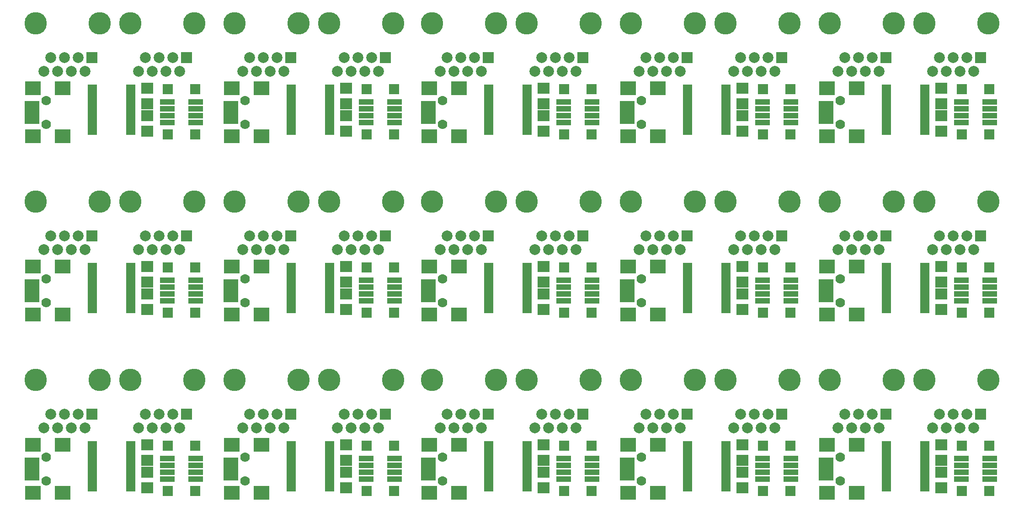
<source format=gts>
G04 (created by PCBNEW-RS274X (2011-07-08)-stable) date Sun 14 Aug 2011 04:05:59 PM EDT*
G01*
G70*
G90*
%MOIN*%
G04 Gerber Fmt 3.4, Leading zero omitted, Abs format*
%FSLAX34Y34*%
G04 APERTURE LIST*
%ADD10C,0.006000*%
%ADD11R,0.075000X0.075000*%
%ADD12R,0.090900X0.082900*%
%ADD13R,0.111000X0.039000*%
%ADD14R,0.118000X0.099000*%
%ADD15C,0.070000*%
%ADD16R,0.070000X0.036000*%
%ADD17R,0.106600X0.043600*%
%ADD18C,0.163700*%
%ADD19R,0.079100X0.079100*%
%ADD20C,0.079100*%
G04 APERTURE END LIST*
G54D10*
G54D11*
X84900Y-55800D03*
X84900Y-52500D03*
G54D12*
X83400Y-55559D03*
X83400Y-54441D03*
G54D13*
X75015Y-53890D03*
X75015Y-53580D03*
X75015Y-54200D03*
X75015Y-54510D03*
G54D14*
X77220Y-55950D03*
X75050Y-55950D03*
X75050Y-52450D03*
X77220Y-52450D03*
G54D13*
X75015Y-54820D03*
G54D15*
X76030Y-55065D03*
X76030Y-53335D03*
G54D16*
X79400Y-52350D03*
X79400Y-52600D03*
X79400Y-52860D03*
X79400Y-53120D03*
X79400Y-53370D03*
X79400Y-53630D03*
X79400Y-53890D03*
X79400Y-54140D03*
X79400Y-54400D03*
X79400Y-54650D03*
X79400Y-54910D03*
X79400Y-55170D03*
X79400Y-55420D03*
X79400Y-55680D03*
X82200Y-55680D03*
X82200Y-55420D03*
X82200Y-55180D03*
X82200Y-54910D03*
X82200Y-54650D03*
X82200Y-54400D03*
X82200Y-54140D03*
X82200Y-53890D03*
X82200Y-53630D03*
X82200Y-53370D03*
X82200Y-53120D03*
X82200Y-52860D03*
X82200Y-52600D03*
X82200Y-52350D03*
G54D17*
X84876Y-53450D03*
X84876Y-53950D03*
X84876Y-54450D03*
X84876Y-54950D03*
X86923Y-54950D03*
X86923Y-54450D03*
X86923Y-53950D03*
X86923Y-53450D03*
G54D11*
X86900Y-55800D03*
X86900Y-52500D03*
G54D18*
X75262Y-47700D03*
X79935Y-47700D03*
G54D19*
X79350Y-50200D03*
G54D20*
X78850Y-51200D03*
X78350Y-50200D03*
X77850Y-51200D03*
X77350Y-50200D03*
X76850Y-51200D03*
X76350Y-50200D03*
X75850Y-51200D03*
G54D18*
X82162Y-47700D03*
X86835Y-47700D03*
G54D19*
X86250Y-50200D03*
G54D20*
X85750Y-51200D03*
X85250Y-50200D03*
X84750Y-51200D03*
X84250Y-50200D03*
X83750Y-51200D03*
X83250Y-50200D03*
X82750Y-51200D03*
G54D12*
X83400Y-52441D03*
X83400Y-53559D03*
G54D11*
X55900Y-55800D03*
X55900Y-52500D03*
G54D12*
X54400Y-55559D03*
X54400Y-54441D03*
G54D13*
X46015Y-53890D03*
X46015Y-53580D03*
X46015Y-54200D03*
X46015Y-54510D03*
G54D14*
X48220Y-55950D03*
X46050Y-55950D03*
X46050Y-52450D03*
X48220Y-52450D03*
G54D13*
X46015Y-54820D03*
G54D15*
X47030Y-55065D03*
X47030Y-53335D03*
G54D16*
X50400Y-52350D03*
X50400Y-52600D03*
X50400Y-52860D03*
X50400Y-53120D03*
X50400Y-53370D03*
X50400Y-53630D03*
X50400Y-53890D03*
X50400Y-54140D03*
X50400Y-54400D03*
X50400Y-54650D03*
X50400Y-54910D03*
X50400Y-55170D03*
X50400Y-55420D03*
X50400Y-55680D03*
X53200Y-55680D03*
X53200Y-55420D03*
X53200Y-55180D03*
X53200Y-54910D03*
X53200Y-54650D03*
X53200Y-54400D03*
X53200Y-54140D03*
X53200Y-53890D03*
X53200Y-53630D03*
X53200Y-53370D03*
X53200Y-53120D03*
X53200Y-52860D03*
X53200Y-52600D03*
X53200Y-52350D03*
G54D17*
X55876Y-53450D03*
X55876Y-53950D03*
X55876Y-54450D03*
X55876Y-54950D03*
X57923Y-54950D03*
X57923Y-54450D03*
X57923Y-53950D03*
X57923Y-53450D03*
G54D11*
X57900Y-55800D03*
X57900Y-52500D03*
G54D18*
X46262Y-47700D03*
X50935Y-47700D03*
G54D19*
X50350Y-50200D03*
G54D20*
X49850Y-51200D03*
X49350Y-50200D03*
X48850Y-51200D03*
X48350Y-50200D03*
X47850Y-51200D03*
X47350Y-50200D03*
X46850Y-51200D03*
G54D18*
X53162Y-47700D03*
X57835Y-47700D03*
G54D19*
X57250Y-50200D03*
G54D20*
X56750Y-51200D03*
X56250Y-50200D03*
X55750Y-51200D03*
X55250Y-50200D03*
X54750Y-51200D03*
X54250Y-50200D03*
X53750Y-51200D03*
G54D12*
X54400Y-52441D03*
X54400Y-53559D03*
X68900Y-52441D03*
X68900Y-53559D03*
G54D18*
X67662Y-47700D03*
X72335Y-47700D03*
G54D19*
X71750Y-50200D03*
G54D20*
X71250Y-51200D03*
X70750Y-50200D03*
X70250Y-51200D03*
X69750Y-50200D03*
X69250Y-51200D03*
X68750Y-50200D03*
X68250Y-51200D03*
G54D18*
X60762Y-47700D03*
X65435Y-47700D03*
G54D19*
X64850Y-50200D03*
G54D20*
X64350Y-51200D03*
X63850Y-50200D03*
X63350Y-51200D03*
X62850Y-50200D03*
X62350Y-51200D03*
X61850Y-50200D03*
X61350Y-51200D03*
G54D11*
X72400Y-52500D03*
X72400Y-55800D03*
G54D17*
X70376Y-53450D03*
X70376Y-53950D03*
X70376Y-54450D03*
X70376Y-54950D03*
X72423Y-54950D03*
X72423Y-54450D03*
X72423Y-53950D03*
X72423Y-53450D03*
G54D16*
X64900Y-52350D03*
X64900Y-52600D03*
X64900Y-52860D03*
X64900Y-53120D03*
X64900Y-53370D03*
X64900Y-53630D03*
X64900Y-53890D03*
X64900Y-54140D03*
X64900Y-54400D03*
X64900Y-54650D03*
X64900Y-54910D03*
X64900Y-55170D03*
X64900Y-55420D03*
X64900Y-55680D03*
X67700Y-55680D03*
X67700Y-55420D03*
X67700Y-55180D03*
X67700Y-54910D03*
X67700Y-54650D03*
X67700Y-54400D03*
X67700Y-54140D03*
X67700Y-53890D03*
X67700Y-53630D03*
X67700Y-53370D03*
X67700Y-53120D03*
X67700Y-52860D03*
X67700Y-52600D03*
X67700Y-52350D03*
G54D13*
X60515Y-53890D03*
X60515Y-53580D03*
X60515Y-54200D03*
X60515Y-54510D03*
G54D14*
X62720Y-55950D03*
X60550Y-55950D03*
X60550Y-52450D03*
X62720Y-52450D03*
G54D13*
X60515Y-54820D03*
G54D15*
X61530Y-55065D03*
X61530Y-53335D03*
G54D12*
X68900Y-55559D03*
X68900Y-54441D03*
G54D11*
X70400Y-52500D03*
X70400Y-55800D03*
X41500Y-55800D03*
X41500Y-52500D03*
G54D12*
X40000Y-55559D03*
X40000Y-54441D03*
G54D13*
X31615Y-53890D03*
X31615Y-53580D03*
X31615Y-54200D03*
X31615Y-54510D03*
G54D14*
X33820Y-55950D03*
X31650Y-55950D03*
X31650Y-52450D03*
X33820Y-52450D03*
G54D13*
X31615Y-54820D03*
G54D15*
X32630Y-55065D03*
X32630Y-53335D03*
G54D16*
X36000Y-52350D03*
X36000Y-52600D03*
X36000Y-52860D03*
X36000Y-53120D03*
X36000Y-53370D03*
X36000Y-53630D03*
X36000Y-53890D03*
X36000Y-54140D03*
X36000Y-54400D03*
X36000Y-54650D03*
X36000Y-54910D03*
X36000Y-55170D03*
X36000Y-55420D03*
X36000Y-55680D03*
X38800Y-55680D03*
X38800Y-55420D03*
X38800Y-55180D03*
X38800Y-54910D03*
X38800Y-54650D03*
X38800Y-54400D03*
X38800Y-54140D03*
X38800Y-53890D03*
X38800Y-53630D03*
X38800Y-53370D03*
X38800Y-53120D03*
X38800Y-52860D03*
X38800Y-52600D03*
X38800Y-52350D03*
G54D17*
X41476Y-53450D03*
X41476Y-53950D03*
X41476Y-54450D03*
X41476Y-54950D03*
X43523Y-54950D03*
X43523Y-54450D03*
X43523Y-53950D03*
X43523Y-53450D03*
G54D11*
X43500Y-55800D03*
X43500Y-52500D03*
G54D18*
X31862Y-47700D03*
X36535Y-47700D03*
G54D19*
X35950Y-50200D03*
G54D20*
X35450Y-51200D03*
X34950Y-50200D03*
X34450Y-51200D03*
X33950Y-50200D03*
X33450Y-51200D03*
X32950Y-50200D03*
X32450Y-51200D03*
G54D18*
X38762Y-47700D03*
X43435Y-47700D03*
G54D19*
X42850Y-50200D03*
G54D20*
X42350Y-51200D03*
X41850Y-50200D03*
X41350Y-51200D03*
X40850Y-50200D03*
X40350Y-51200D03*
X39850Y-50200D03*
X39350Y-51200D03*
G54D12*
X40000Y-52441D03*
X40000Y-53559D03*
X25500Y-52441D03*
X25500Y-53559D03*
G54D18*
X24262Y-47700D03*
X28935Y-47700D03*
G54D19*
X28350Y-50200D03*
G54D20*
X27850Y-51200D03*
X27350Y-50200D03*
X26850Y-51200D03*
X26350Y-50200D03*
X25850Y-51200D03*
X25350Y-50200D03*
X24850Y-51200D03*
G54D18*
X17362Y-47700D03*
X22035Y-47700D03*
G54D19*
X21450Y-50200D03*
G54D20*
X20950Y-51200D03*
X20450Y-50200D03*
X19950Y-51200D03*
X19450Y-50200D03*
X18950Y-51200D03*
X18450Y-50200D03*
X17950Y-51200D03*
G54D11*
X29000Y-52500D03*
X29000Y-55800D03*
G54D17*
X26976Y-53450D03*
X26976Y-53950D03*
X26976Y-54450D03*
X26976Y-54950D03*
X29023Y-54950D03*
X29023Y-54450D03*
X29023Y-53950D03*
X29023Y-53450D03*
G54D16*
X21500Y-52350D03*
X21500Y-52600D03*
X21500Y-52860D03*
X21500Y-53120D03*
X21500Y-53370D03*
X21500Y-53630D03*
X21500Y-53890D03*
X21500Y-54140D03*
X21500Y-54400D03*
X21500Y-54650D03*
X21500Y-54910D03*
X21500Y-55170D03*
X21500Y-55420D03*
X21500Y-55680D03*
X24300Y-55680D03*
X24300Y-55420D03*
X24300Y-55180D03*
X24300Y-54910D03*
X24300Y-54650D03*
X24300Y-54400D03*
X24300Y-54140D03*
X24300Y-53890D03*
X24300Y-53630D03*
X24300Y-53370D03*
X24300Y-53120D03*
X24300Y-52860D03*
X24300Y-52600D03*
X24300Y-52350D03*
G54D13*
X17115Y-53890D03*
X17115Y-53580D03*
X17115Y-54200D03*
X17115Y-54510D03*
G54D14*
X19320Y-55950D03*
X17150Y-55950D03*
X17150Y-52450D03*
X19320Y-52450D03*
G54D13*
X17115Y-54820D03*
G54D15*
X18130Y-55065D03*
X18130Y-53335D03*
G54D12*
X25500Y-55559D03*
X25500Y-54441D03*
G54D11*
X27000Y-52500D03*
X27000Y-55800D03*
X27000Y-42800D03*
X27000Y-39500D03*
G54D12*
X25500Y-42559D03*
X25500Y-41441D03*
G54D13*
X17115Y-40890D03*
X17115Y-40580D03*
X17115Y-41200D03*
X17115Y-41510D03*
G54D14*
X19320Y-42950D03*
X17150Y-42950D03*
X17150Y-39450D03*
X19320Y-39450D03*
G54D13*
X17115Y-41820D03*
G54D15*
X18130Y-42065D03*
X18130Y-40335D03*
G54D16*
X21500Y-39350D03*
X21500Y-39600D03*
X21500Y-39860D03*
X21500Y-40120D03*
X21500Y-40370D03*
X21500Y-40630D03*
X21500Y-40890D03*
X21500Y-41140D03*
X21500Y-41400D03*
X21500Y-41650D03*
X21500Y-41910D03*
X21500Y-42170D03*
X21500Y-42420D03*
X21500Y-42680D03*
X24300Y-42680D03*
X24300Y-42420D03*
X24300Y-42180D03*
X24300Y-41910D03*
X24300Y-41650D03*
X24300Y-41400D03*
X24300Y-41140D03*
X24300Y-40890D03*
X24300Y-40630D03*
X24300Y-40370D03*
X24300Y-40120D03*
X24300Y-39860D03*
X24300Y-39600D03*
X24300Y-39350D03*
G54D17*
X26976Y-40450D03*
X26976Y-40950D03*
X26976Y-41450D03*
X26976Y-41950D03*
X29023Y-41950D03*
X29023Y-41450D03*
X29023Y-40950D03*
X29023Y-40450D03*
G54D11*
X29000Y-42800D03*
X29000Y-39500D03*
G54D18*
X17362Y-34700D03*
X22035Y-34700D03*
G54D19*
X21450Y-37200D03*
G54D20*
X20950Y-38200D03*
X20450Y-37200D03*
X19950Y-38200D03*
X19450Y-37200D03*
X18950Y-38200D03*
X18450Y-37200D03*
X17950Y-38200D03*
G54D18*
X24262Y-34700D03*
X28935Y-34700D03*
G54D19*
X28350Y-37200D03*
G54D20*
X27850Y-38200D03*
X27350Y-37200D03*
X26850Y-38200D03*
X26350Y-37200D03*
X25850Y-38200D03*
X25350Y-37200D03*
X24850Y-38200D03*
G54D12*
X25500Y-39441D03*
X25500Y-40559D03*
X40000Y-39441D03*
X40000Y-40559D03*
G54D18*
X38762Y-34700D03*
X43435Y-34700D03*
G54D19*
X42850Y-37200D03*
G54D20*
X42350Y-38200D03*
X41850Y-37200D03*
X41350Y-38200D03*
X40850Y-37200D03*
X40350Y-38200D03*
X39850Y-37200D03*
X39350Y-38200D03*
G54D18*
X31862Y-34700D03*
X36535Y-34700D03*
G54D19*
X35950Y-37200D03*
G54D20*
X35450Y-38200D03*
X34950Y-37200D03*
X34450Y-38200D03*
X33950Y-37200D03*
X33450Y-38200D03*
X32950Y-37200D03*
X32450Y-38200D03*
G54D11*
X43500Y-39500D03*
X43500Y-42800D03*
G54D17*
X41476Y-40450D03*
X41476Y-40950D03*
X41476Y-41450D03*
X41476Y-41950D03*
X43523Y-41950D03*
X43523Y-41450D03*
X43523Y-40950D03*
X43523Y-40450D03*
G54D16*
X36000Y-39350D03*
X36000Y-39600D03*
X36000Y-39860D03*
X36000Y-40120D03*
X36000Y-40370D03*
X36000Y-40630D03*
X36000Y-40890D03*
X36000Y-41140D03*
X36000Y-41400D03*
X36000Y-41650D03*
X36000Y-41910D03*
X36000Y-42170D03*
X36000Y-42420D03*
X36000Y-42680D03*
X38800Y-42680D03*
X38800Y-42420D03*
X38800Y-42180D03*
X38800Y-41910D03*
X38800Y-41650D03*
X38800Y-41400D03*
X38800Y-41140D03*
X38800Y-40890D03*
X38800Y-40630D03*
X38800Y-40370D03*
X38800Y-40120D03*
X38800Y-39860D03*
X38800Y-39600D03*
X38800Y-39350D03*
G54D13*
X31615Y-40890D03*
X31615Y-40580D03*
X31615Y-41200D03*
X31615Y-41510D03*
G54D14*
X33820Y-42950D03*
X31650Y-42950D03*
X31650Y-39450D03*
X33820Y-39450D03*
G54D13*
X31615Y-41820D03*
G54D15*
X32630Y-42065D03*
X32630Y-40335D03*
G54D12*
X40000Y-42559D03*
X40000Y-41441D03*
G54D11*
X41500Y-39500D03*
X41500Y-42800D03*
X70400Y-42800D03*
X70400Y-39500D03*
G54D12*
X68900Y-42559D03*
X68900Y-41441D03*
G54D13*
X60515Y-40890D03*
X60515Y-40580D03*
X60515Y-41200D03*
X60515Y-41510D03*
G54D14*
X62720Y-42950D03*
X60550Y-42950D03*
X60550Y-39450D03*
X62720Y-39450D03*
G54D13*
X60515Y-41820D03*
G54D15*
X61530Y-42065D03*
X61530Y-40335D03*
G54D16*
X64900Y-39350D03*
X64900Y-39600D03*
X64900Y-39860D03*
X64900Y-40120D03*
X64900Y-40370D03*
X64900Y-40630D03*
X64900Y-40890D03*
X64900Y-41140D03*
X64900Y-41400D03*
X64900Y-41650D03*
X64900Y-41910D03*
X64900Y-42170D03*
X64900Y-42420D03*
X64900Y-42680D03*
X67700Y-42680D03*
X67700Y-42420D03*
X67700Y-42180D03*
X67700Y-41910D03*
X67700Y-41650D03*
X67700Y-41400D03*
X67700Y-41140D03*
X67700Y-40890D03*
X67700Y-40630D03*
X67700Y-40370D03*
X67700Y-40120D03*
X67700Y-39860D03*
X67700Y-39600D03*
X67700Y-39350D03*
G54D17*
X70376Y-40450D03*
X70376Y-40950D03*
X70376Y-41450D03*
X70376Y-41950D03*
X72423Y-41950D03*
X72423Y-41450D03*
X72423Y-40950D03*
X72423Y-40450D03*
G54D11*
X72400Y-42800D03*
X72400Y-39500D03*
G54D18*
X60762Y-34700D03*
X65435Y-34700D03*
G54D19*
X64850Y-37200D03*
G54D20*
X64350Y-38200D03*
X63850Y-37200D03*
X63350Y-38200D03*
X62850Y-37200D03*
X62350Y-38200D03*
X61850Y-37200D03*
X61350Y-38200D03*
G54D18*
X67662Y-34700D03*
X72335Y-34700D03*
G54D19*
X71750Y-37200D03*
G54D20*
X71250Y-38200D03*
X70750Y-37200D03*
X70250Y-38200D03*
X69750Y-37200D03*
X69250Y-38200D03*
X68750Y-37200D03*
X68250Y-38200D03*
G54D12*
X68900Y-39441D03*
X68900Y-40559D03*
X54400Y-39441D03*
X54400Y-40559D03*
G54D18*
X53162Y-34700D03*
X57835Y-34700D03*
G54D19*
X57250Y-37200D03*
G54D20*
X56750Y-38200D03*
X56250Y-37200D03*
X55750Y-38200D03*
X55250Y-37200D03*
X54750Y-38200D03*
X54250Y-37200D03*
X53750Y-38200D03*
G54D18*
X46262Y-34700D03*
X50935Y-34700D03*
G54D19*
X50350Y-37200D03*
G54D20*
X49850Y-38200D03*
X49350Y-37200D03*
X48850Y-38200D03*
X48350Y-37200D03*
X47850Y-38200D03*
X47350Y-37200D03*
X46850Y-38200D03*
G54D11*
X57900Y-39500D03*
X57900Y-42800D03*
G54D17*
X55876Y-40450D03*
X55876Y-40950D03*
X55876Y-41450D03*
X55876Y-41950D03*
X57923Y-41950D03*
X57923Y-41450D03*
X57923Y-40950D03*
X57923Y-40450D03*
G54D16*
X50400Y-39350D03*
X50400Y-39600D03*
X50400Y-39860D03*
X50400Y-40120D03*
X50400Y-40370D03*
X50400Y-40630D03*
X50400Y-40890D03*
X50400Y-41140D03*
X50400Y-41400D03*
X50400Y-41650D03*
X50400Y-41910D03*
X50400Y-42170D03*
X50400Y-42420D03*
X50400Y-42680D03*
X53200Y-42680D03*
X53200Y-42420D03*
X53200Y-42180D03*
X53200Y-41910D03*
X53200Y-41650D03*
X53200Y-41400D03*
X53200Y-41140D03*
X53200Y-40890D03*
X53200Y-40630D03*
X53200Y-40370D03*
X53200Y-40120D03*
X53200Y-39860D03*
X53200Y-39600D03*
X53200Y-39350D03*
G54D13*
X46015Y-40890D03*
X46015Y-40580D03*
X46015Y-41200D03*
X46015Y-41510D03*
G54D14*
X48220Y-42950D03*
X46050Y-42950D03*
X46050Y-39450D03*
X48220Y-39450D03*
G54D13*
X46015Y-41820D03*
G54D15*
X47030Y-42065D03*
X47030Y-40335D03*
G54D12*
X54400Y-42559D03*
X54400Y-41441D03*
G54D11*
X55900Y-39500D03*
X55900Y-42800D03*
G54D12*
X83400Y-39441D03*
X83400Y-40559D03*
G54D18*
X82162Y-34700D03*
X86835Y-34700D03*
G54D19*
X86250Y-37200D03*
G54D20*
X85750Y-38200D03*
X85250Y-37200D03*
X84750Y-38200D03*
X84250Y-37200D03*
X83750Y-38200D03*
X83250Y-37200D03*
X82750Y-38200D03*
G54D18*
X75262Y-34700D03*
X79935Y-34700D03*
G54D19*
X79350Y-37200D03*
G54D20*
X78850Y-38200D03*
X78350Y-37200D03*
X77850Y-38200D03*
X77350Y-37200D03*
X76850Y-38200D03*
X76350Y-37200D03*
X75850Y-38200D03*
G54D11*
X86900Y-39500D03*
X86900Y-42800D03*
G54D17*
X84876Y-40450D03*
X84876Y-40950D03*
X84876Y-41450D03*
X84876Y-41950D03*
X86923Y-41950D03*
X86923Y-41450D03*
X86923Y-40950D03*
X86923Y-40450D03*
G54D16*
X79400Y-39350D03*
X79400Y-39600D03*
X79400Y-39860D03*
X79400Y-40120D03*
X79400Y-40370D03*
X79400Y-40630D03*
X79400Y-40890D03*
X79400Y-41140D03*
X79400Y-41400D03*
X79400Y-41650D03*
X79400Y-41910D03*
X79400Y-42170D03*
X79400Y-42420D03*
X79400Y-42680D03*
X82200Y-42680D03*
X82200Y-42420D03*
X82200Y-42180D03*
X82200Y-41910D03*
X82200Y-41650D03*
X82200Y-41400D03*
X82200Y-41140D03*
X82200Y-40890D03*
X82200Y-40630D03*
X82200Y-40370D03*
X82200Y-40120D03*
X82200Y-39860D03*
X82200Y-39600D03*
X82200Y-39350D03*
G54D13*
X75015Y-40890D03*
X75015Y-40580D03*
X75015Y-41200D03*
X75015Y-41510D03*
G54D14*
X77220Y-42950D03*
X75050Y-42950D03*
X75050Y-39450D03*
X77220Y-39450D03*
G54D13*
X75015Y-41820D03*
G54D15*
X76030Y-42065D03*
X76030Y-40335D03*
G54D12*
X83400Y-42559D03*
X83400Y-41441D03*
G54D11*
X84900Y-39500D03*
X84900Y-42800D03*
X84900Y-29800D03*
X84900Y-26500D03*
G54D12*
X83400Y-29559D03*
X83400Y-28441D03*
G54D13*
X75015Y-27890D03*
X75015Y-27580D03*
X75015Y-28200D03*
X75015Y-28510D03*
G54D14*
X77220Y-29950D03*
X75050Y-29950D03*
X75050Y-26450D03*
X77220Y-26450D03*
G54D13*
X75015Y-28820D03*
G54D15*
X76030Y-29065D03*
X76030Y-27335D03*
G54D16*
X79400Y-26350D03*
X79400Y-26600D03*
X79400Y-26860D03*
X79400Y-27120D03*
X79400Y-27370D03*
X79400Y-27630D03*
X79400Y-27890D03*
X79400Y-28140D03*
X79400Y-28400D03*
X79400Y-28650D03*
X79400Y-28910D03*
X79400Y-29170D03*
X79400Y-29420D03*
X79400Y-29680D03*
X82200Y-29680D03*
X82200Y-29420D03*
X82200Y-29180D03*
X82200Y-28910D03*
X82200Y-28650D03*
X82200Y-28400D03*
X82200Y-28140D03*
X82200Y-27890D03*
X82200Y-27630D03*
X82200Y-27370D03*
X82200Y-27120D03*
X82200Y-26860D03*
X82200Y-26600D03*
X82200Y-26350D03*
G54D17*
X84876Y-27450D03*
X84876Y-27950D03*
X84876Y-28450D03*
X84876Y-28950D03*
X86923Y-28950D03*
X86923Y-28450D03*
X86923Y-27950D03*
X86923Y-27450D03*
G54D11*
X86900Y-29800D03*
X86900Y-26500D03*
G54D18*
X75262Y-21700D03*
X79935Y-21700D03*
G54D19*
X79350Y-24200D03*
G54D20*
X78850Y-25200D03*
X78350Y-24200D03*
X77850Y-25200D03*
X77350Y-24200D03*
X76850Y-25200D03*
X76350Y-24200D03*
X75850Y-25200D03*
G54D18*
X82162Y-21700D03*
X86835Y-21700D03*
G54D19*
X86250Y-24200D03*
G54D20*
X85750Y-25200D03*
X85250Y-24200D03*
X84750Y-25200D03*
X84250Y-24200D03*
X83750Y-25200D03*
X83250Y-24200D03*
X82750Y-25200D03*
G54D12*
X83400Y-26441D03*
X83400Y-27559D03*
G54D11*
X55900Y-29800D03*
X55900Y-26500D03*
G54D12*
X54400Y-29559D03*
X54400Y-28441D03*
G54D13*
X46015Y-27890D03*
X46015Y-27580D03*
X46015Y-28200D03*
X46015Y-28510D03*
G54D14*
X48220Y-29950D03*
X46050Y-29950D03*
X46050Y-26450D03*
X48220Y-26450D03*
G54D13*
X46015Y-28820D03*
G54D15*
X47030Y-29065D03*
X47030Y-27335D03*
G54D16*
X50400Y-26350D03*
X50400Y-26600D03*
X50400Y-26860D03*
X50400Y-27120D03*
X50400Y-27370D03*
X50400Y-27630D03*
X50400Y-27890D03*
X50400Y-28140D03*
X50400Y-28400D03*
X50400Y-28650D03*
X50400Y-28910D03*
X50400Y-29170D03*
X50400Y-29420D03*
X50400Y-29680D03*
X53200Y-29680D03*
X53200Y-29420D03*
X53200Y-29180D03*
X53200Y-28910D03*
X53200Y-28650D03*
X53200Y-28400D03*
X53200Y-28140D03*
X53200Y-27890D03*
X53200Y-27630D03*
X53200Y-27370D03*
X53200Y-27120D03*
X53200Y-26860D03*
X53200Y-26600D03*
X53200Y-26350D03*
G54D17*
X55876Y-27450D03*
X55876Y-27950D03*
X55876Y-28450D03*
X55876Y-28950D03*
X57923Y-28950D03*
X57923Y-28450D03*
X57923Y-27950D03*
X57923Y-27450D03*
G54D11*
X57900Y-29800D03*
X57900Y-26500D03*
G54D18*
X46262Y-21700D03*
X50935Y-21700D03*
G54D19*
X50350Y-24200D03*
G54D20*
X49850Y-25200D03*
X49350Y-24200D03*
X48850Y-25200D03*
X48350Y-24200D03*
X47850Y-25200D03*
X47350Y-24200D03*
X46850Y-25200D03*
G54D18*
X53162Y-21700D03*
X57835Y-21700D03*
G54D19*
X57250Y-24200D03*
G54D20*
X56750Y-25200D03*
X56250Y-24200D03*
X55750Y-25200D03*
X55250Y-24200D03*
X54750Y-25200D03*
X54250Y-24200D03*
X53750Y-25200D03*
G54D12*
X54400Y-26441D03*
X54400Y-27559D03*
X68900Y-26441D03*
X68900Y-27559D03*
G54D18*
X67662Y-21700D03*
X72335Y-21700D03*
G54D19*
X71750Y-24200D03*
G54D20*
X71250Y-25200D03*
X70750Y-24200D03*
X70250Y-25200D03*
X69750Y-24200D03*
X69250Y-25200D03*
X68750Y-24200D03*
X68250Y-25200D03*
G54D18*
X60762Y-21700D03*
X65435Y-21700D03*
G54D19*
X64850Y-24200D03*
G54D20*
X64350Y-25200D03*
X63850Y-24200D03*
X63350Y-25200D03*
X62850Y-24200D03*
X62350Y-25200D03*
X61850Y-24200D03*
X61350Y-25200D03*
G54D11*
X72400Y-26500D03*
X72400Y-29800D03*
G54D17*
X70376Y-27450D03*
X70376Y-27950D03*
X70376Y-28450D03*
X70376Y-28950D03*
X72423Y-28950D03*
X72423Y-28450D03*
X72423Y-27950D03*
X72423Y-27450D03*
G54D16*
X64900Y-26350D03*
X64900Y-26600D03*
X64900Y-26860D03*
X64900Y-27120D03*
X64900Y-27370D03*
X64900Y-27630D03*
X64900Y-27890D03*
X64900Y-28140D03*
X64900Y-28400D03*
X64900Y-28650D03*
X64900Y-28910D03*
X64900Y-29170D03*
X64900Y-29420D03*
X64900Y-29680D03*
X67700Y-29680D03*
X67700Y-29420D03*
X67700Y-29180D03*
X67700Y-28910D03*
X67700Y-28650D03*
X67700Y-28400D03*
X67700Y-28140D03*
X67700Y-27890D03*
X67700Y-27630D03*
X67700Y-27370D03*
X67700Y-27120D03*
X67700Y-26860D03*
X67700Y-26600D03*
X67700Y-26350D03*
G54D13*
X60515Y-27890D03*
X60515Y-27580D03*
X60515Y-28200D03*
X60515Y-28510D03*
G54D14*
X62720Y-29950D03*
X60550Y-29950D03*
X60550Y-26450D03*
X62720Y-26450D03*
G54D13*
X60515Y-28820D03*
G54D15*
X61530Y-29065D03*
X61530Y-27335D03*
G54D12*
X68900Y-29559D03*
X68900Y-28441D03*
G54D11*
X70400Y-26500D03*
X70400Y-29800D03*
X41500Y-29800D03*
X41500Y-26500D03*
G54D12*
X40000Y-29559D03*
X40000Y-28441D03*
G54D13*
X31615Y-27890D03*
X31615Y-27580D03*
X31615Y-28200D03*
X31615Y-28510D03*
G54D14*
X33820Y-29950D03*
X31650Y-29950D03*
X31650Y-26450D03*
X33820Y-26450D03*
G54D13*
X31615Y-28820D03*
G54D15*
X32630Y-29065D03*
X32630Y-27335D03*
G54D16*
X36000Y-26350D03*
X36000Y-26600D03*
X36000Y-26860D03*
X36000Y-27120D03*
X36000Y-27370D03*
X36000Y-27630D03*
X36000Y-27890D03*
X36000Y-28140D03*
X36000Y-28400D03*
X36000Y-28650D03*
X36000Y-28910D03*
X36000Y-29170D03*
X36000Y-29420D03*
X36000Y-29680D03*
X38800Y-29680D03*
X38800Y-29420D03*
X38800Y-29180D03*
X38800Y-28910D03*
X38800Y-28650D03*
X38800Y-28400D03*
X38800Y-28140D03*
X38800Y-27890D03*
X38800Y-27630D03*
X38800Y-27370D03*
X38800Y-27120D03*
X38800Y-26860D03*
X38800Y-26600D03*
X38800Y-26350D03*
G54D17*
X41476Y-27450D03*
X41476Y-27950D03*
X41476Y-28450D03*
X41476Y-28950D03*
X43523Y-28950D03*
X43523Y-28450D03*
X43523Y-27950D03*
X43523Y-27450D03*
G54D11*
X43500Y-29800D03*
X43500Y-26500D03*
G54D18*
X31862Y-21700D03*
X36535Y-21700D03*
G54D19*
X35950Y-24200D03*
G54D20*
X35450Y-25200D03*
X34950Y-24200D03*
X34450Y-25200D03*
X33950Y-24200D03*
X33450Y-25200D03*
X32950Y-24200D03*
X32450Y-25200D03*
G54D18*
X38762Y-21700D03*
X43435Y-21700D03*
G54D19*
X42850Y-24200D03*
G54D20*
X42350Y-25200D03*
X41850Y-24200D03*
X41350Y-25200D03*
X40850Y-24200D03*
X40350Y-25200D03*
X39850Y-24200D03*
X39350Y-25200D03*
G54D12*
X40000Y-26441D03*
X40000Y-27559D03*
X25500Y-26441D03*
X25500Y-27559D03*
G54D18*
X24262Y-21700D03*
X28935Y-21700D03*
G54D19*
X28350Y-24200D03*
G54D20*
X27850Y-25200D03*
X27350Y-24200D03*
X26850Y-25200D03*
X26350Y-24200D03*
X25850Y-25200D03*
X25350Y-24200D03*
X24850Y-25200D03*
G54D18*
X17362Y-21700D03*
X22035Y-21700D03*
G54D19*
X21450Y-24200D03*
G54D20*
X20950Y-25200D03*
X20450Y-24200D03*
X19950Y-25200D03*
X19450Y-24200D03*
X18950Y-25200D03*
X18450Y-24200D03*
X17950Y-25200D03*
G54D11*
X29000Y-26500D03*
X29000Y-29800D03*
G54D17*
X26976Y-27450D03*
X26976Y-27950D03*
X26976Y-28450D03*
X26976Y-28950D03*
X29023Y-28950D03*
X29023Y-28450D03*
X29023Y-27950D03*
X29023Y-27450D03*
G54D16*
X21500Y-26350D03*
X21500Y-26600D03*
X21500Y-26860D03*
X21500Y-27120D03*
X21500Y-27370D03*
X21500Y-27630D03*
X21500Y-27890D03*
X21500Y-28140D03*
X21500Y-28400D03*
X21500Y-28650D03*
X21500Y-28910D03*
X21500Y-29170D03*
X21500Y-29420D03*
X21500Y-29680D03*
X24300Y-29680D03*
X24300Y-29420D03*
X24300Y-29180D03*
X24300Y-28910D03*
X24300Y-28650D03*
X24300Y-28400D03*
X24300Y-28140D03*
X24300Y-27890D03*
X24300Y-27630D03*
X24300Y-27370D03*
X24300Y-27120D03*
X24300Y-26860D03*
X24300Y-26600D03*
X24300Y-26350D03*
G54D13*
X17115Y-27890D03*
X17115Y-27580D03*
X17115Y-28200D03*
X17115Y-28510D03*
G54D14*
X19320Y-29950D03*
X17150Y-29950D03*
X17150Y-26450D03*
X19320Y-26450D03*
G54D13*
X17115Y-28820D03*
G54D15*
X18130Y-29065D03*
X18130Y-27335D03*
G54D12*
X25500Y-29559D03*
X25500Y-28441D03*
G54D11*
X27000Y-26500D03*
X27000Y-29800D03*
M02*

</source>
